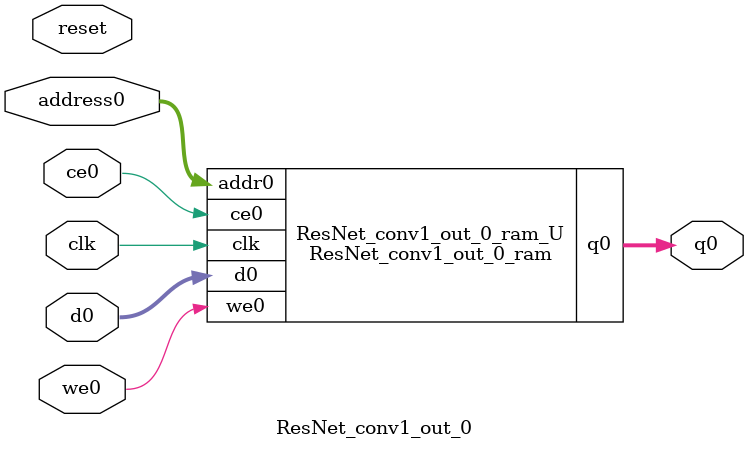
<source format=v>
`timescale 1 ns / 1 ps
module ResNet_conv1_out_0_ram (addr0, ce0, d0, we0, q0,  clk);

parameter DWIDTH = 12;
parameter AWIDTH = 10;
parameter MEM_SIZE = 1024;

input[AWIDTH-1:0] addr0;
input ce0;
input[DWIDTH-1:0] d0;
input we0;
output reg[DWIDTH-1:0] q0;
input clk;

(* ram_style = "block" *)reg [DWIDTH-1:0] ram[0:MEM_SIZE-1];




always @(posedge clk)  
begin 
    if (ce0) begin
        if (we0) 
            ram[addr0] <= d0; 
        q0 <= ram[addr0];
    end
end


endmodule

`timescale 1 ns / 1 ps
module ResNet_conv1_out_0(
    reset,
    clk,
    address0,
    ce0,
    we0,
    d0,
    q0);

parameter DataWidth = 32'd12;
parameter AddressRange = 32'd1024;
parameter AddressWidth = 32'd10;
input reset;
input clk;
input[AddressWidth - 1:0] address0;
input ce0;
input we0;
input[DataWidth - 1:0] d0;
output[DataWidth - 1:0] q0;



ResNet_conv1_out_0_ram ResNet_conv1_out_0_ram_U(
    .clk( clk ),
    .addr0( address0 ),
    .ce0( ce0 ),
    .we0( we0 ),
    .d0( d0 ),
    .q0( q0 ));

endmodule


</source>
